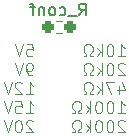
<source format=gbr>
%TF.GenerationSoftware,KiCad,Pcbnew,8.0.9-8.0.9-0~ubuntu22.04.1*%
%TF.CreationDate,2025-08-20T20:13:53+09:00*%
%TF.ProjectId,PD-Trigger,50442d54-7269-4676-9765-722e6b696361,rev?*%
%TF.SameCoordinates,Original*%
%TF.FileFunction,Legend,Bot*%
%TF.FilePolarity,Positive*%
%FSLAX46Y46*%
G04 Gerber Fmt 4.6, Leading zero omitted, Abs format (unit mm)*
G04 Created by KiCad (PCBNEW 8.0.9-8.0.9-0~ubuntu22.04.1) date 2025-08-20 20:13:53*
%MOMM*%
%LPD*%
G01*
G04 APERTURE LIST*
G04 Aperture macros list*
%AMRoundRect*
0 Rectangle with rounded corners*
0 $1 Rounding radius*
0 $2 $3 $4 $5 $6 $7 $8 $9 X,Y pos of 4 corners*
0 Add a 4 corners polygon primitive as box body*
4,1,4,$2,$3,$4,$5,$6,$7,$8,$9,$2,$3,0*
0 Add four circle primitives for the rounded corners*
1,1,$1+$1,$2,$3*
1,1,$1+$1,$4,$5*
1,1,$1+$1,$6,$7*
1,1,$1+$1,$8,$9*
0 Add four rect primitives between the rounded corners*
20,1,$1+$1,$2,$3,$4,$5,0*
20,1,$1+$1,$4,$5,$6,$7,0*
20,1,$1+$1,$6,$7,$8,$9,0*
20,1,$1+$1,$8,$9,$2,$3,0*%
G04 Aperture macros list end*
%ADD10C,0.100000*%
%ADD11C,0.150000*%
%ADD12C,0.120000*%
%ADD13C,1.524000*%
%ADD14RoundRect,1.500000X-1.500000X1.500000X-1.500000X-1.500000X1.500000X-1.500000X1.500000X1.500000X0*%
%ADD15C,6.000000*%
%ADD16RoundRect,0.237500X0.250000X0.237500X-0.250000X0.237500X-0.250000X-0.237500X0.250000X-0.237500X0*%
G04 APERTURE END LIST*
D10*
X51682306Y-43062243D02*
X52253734Y-43062243D01*
X51968020Y-43062243D02*
X51968020Y-42062243D01*
X51968020Y-42062243D02*
X52063258Y-42205100D01*
X52063258Y-42205100D02*
X52158496Y-42300338D01*
X52158496Y-42300338D02*
X52253734Y-42347957D01*
X51063258Y-42062243D02*
X50968020Y-42062243D01*
X50968020Y-42062243D02*
X50872782Y-42109862D01*
X50872782Y-42109862D02*
X50825163Y-42157481D01*
X50825163Y-42157481D02*
X50777544Y-42252719D01*
X50777544Y-42252719D02*
X50729925Y-42443195D01*
X50729925Y-42443195D02*
X50729925Y-42681290D01*
X50729925Y-42681290D02*
X50777544Y-42871766D01*
X50777544Y-42871766D02*
X50825163Y-42967004D01*
X50825163Y-42967004D02*
X50872782Y-43014624D01*
X50872782Y-43014624D02*
X50968020Y-43062243D01*
X50968020Y-43062243D02*
X51063258Y-43062243D01*
X51063258Y-43062243D02*
X51158496Y-43014624D01*
X51158496Y-43014624D02*
X51206115Y-42967004D01*
X51206115Y-42967004D02*
X51253734Y-42871766D01*
X51253734Y-42871766D02*
X51301353Y-42681290D01*
X51301353Y-42681290D02*
X51301353Y-42443195D01*
X51301353Y-42443195D02*
X51253734Y-42252719D01*
X51253734Y-42252719D02*
X51206115Y-42157481D01*
X51206115Y-42157481D02*
X51158496Y-42109862D01*
X51158496Y-42109862D02*
X51063258Y-42062243D01*
X50301353Y-43062243D02*
X50301353Y-42062243D01*
X50206115Y-42681290D02*
X49920401Y-43062243D01*
X49920401Y-42395576D02*
X50301353Y-42776528D01*
X49539448Y-43062243D02*
X49301353Y-43062243D01*
X49301353Y-43062243D02*
X49301353Y-42871766D01*
X49301353Y-42871766D02*
X49396591Y-42824147D01*
X49396591Y-42824147D02*
X49491829Y-42728909D01*
X49491829Y-42728909D02*
X49539448Y-42586052D01*
X49539448Y-42586052D02*
X49539448Y-42347957D01*
X49539448Y-42347957D02*
X49491829Y-42205100D01*
X49491829Y-42205100D02*
X49396591Y-42109862D01*
X49396591Y-42109862D02*
X49253734Y-42062243D01*
X49253734Y-42062243D02*
X49063258Y-42062243D01*
X49063258Y-42062243D02*
X48920401Y-42109862D01*
X48920401Y-42109862D02*
X48825163Y-42205100D01*
X48825163Y-42205100D02*
X48777544Y-42347957D01*
X48777544Y-42347957D02*
X48777544Y-42586052D01*
X48777544Y-42586052D02*
X48825163Y-42728909D01*
X48825163Y-42728909D02*
X48920401Y-42824147D01*
X48920401Y-42824147D02*
X49015639Y-42871766D01*
X49015639Y-42871766D02*
X49015639Y-43062243D01*
X49015639Y-43062243D02*
X48777544Y-43062243D01*
X43968021Y-42062243D02*
X44444211Y-42062243D01*
X44444211Y-42062243D02*
X44491830Y-42538433D01*
X44491830Y-42538433D02*
X44444211Y-42490814D01*
X44444211Y-42490814D02*
X44348973Y-42443195D01*
X44348973Y-42443195D02*
X44110878Y-42443195D01*
X44110878Y-42443195D02*
X44015640Y-42490814D01*
X44015640Y-42490814D02*
X43968021Y-42538433D01*
X43968021Y-42538433D02*
X43920402Y-42633671D01*
X43920402Y-42633671D02*
X43920402Y-42871766D01*
X43920402Y-42871766D02*
X43968021Y-42967004D01*
X43968021Y-42967004D02*
X44015640Y-43014624D01*
X44015640Y-43014624D02*
X44110878Y-43062243D01*
X44110878Y-43062243D02*
X44348973Y-43062243D01*
X44348973Y-43062243D02*
X44444211Y-43014624D01*
X44444211Y-43014624D02*
X44491830Y-42967004D01*
X43634687Y-42062243D02*
X43301354Y-43062243D01*
X43301354Y-43062243D02*
X42968021Y-42062243D01*
X52253734Y-43767425D02*
X52206115Y-43719806D01*
X52206115Y-43719806D02*
X52110877Y-43672187D01*
X52110877Y-43672187D02*
X51872782Y-43672187D01*
X51872782Y-43672187D02*
X51777544Y-43719806D01*
X51777544Y-43719806D02*
X51729925Y-43767425D01*
X51729925Y-43767425D02*
X51682306Y-43862663D01*
X51682306Y-43862663D02*
X51682306Y-43957901D01*
X51682306Y-43957901D02*
X51729925Y-44100758D01*
X51729925Y-44100758D02*
X52301353Y-44672187D01*
X52301353Y-44672187D02*
X51682306Y-44672187D01*
X51063258Y-43672187D02*
X50968020Y-43672187D01*
X50968020Y-43672187D02*
X50872782Y-43719806D01*
X50872782Y-43719806D02*
X50825163Y-43767425D01*
X50825163Y-43767425D02*
X50777544Y-43862663D01*
X50777544Y-43862663D02*
X50729925Y-44053139D01*
X50729925Y-44053139D02*
X50729925Y-44291234D01*
X50729925Y-44291234D02*
X50777544Y-44481710D01*
X50777544Y-44481710D02*
X50825163Y-44576948D01*
X50825163Y-44576948D02*
X50872782Y-44624568D01*
X50872782Y-44624568D02*
X50968020Y-44672187D01*
X50968020Y-44672187D02*
X51063258Y-44672187D01*
X51063258Y-44672187D02*
X51158496Y-44624568D01*
X51158496Y-44624568D02*
X51206115Y-44576948D01*
X51206115Y-44576948D02*
X51253734Y-44481710D01*
X51253734Y-44481710D02*
X51301353Y-44291234D01*
X51301353Y-44291234D02*
X51301353Y-44053139D01*
X51301353Y-44053139D02*
X51253734Y-43862663D01*
X51253734Y-43862663D02*
X51206115Y-43767425D01*
X51206115Y-43767425D02*
X51158496Y-43719806D01*
X51158496Y-43719806D02*
X51063258Y-43672187D01*
X50301353Y-44672187D02*
X50301353Y-43672187D01*
X50206115Y-44291234D02*
X49920401Y-44672187D01*
X49920401Y-44005520D02*
X50301353Y-44386472D01*
X49539448Y-44672187D02*
X49301353Y-44672187D01*
X49301353Y-44672187D02*
X49301353Y-44481710D01*
X49301353Y-44481710D02*
X49396591Y-44434091D01*
X49396591Y-44434091D02*
X49491829Y-44338853D01*
X49491829Y-44338853D02*
X49539448Y-44195996D01*
X49539448Y-44195996D02*
X49539448Y-43957901D01*
X49539448Y-43957901D02*
X49491829Y-43815044D01*
X49491829Y-43815044D02*
X49396591Y-43719806D01*
X49396591Y-43719806D02*
X49253734Y-43672187D01*
X49253734Y-43672187D02*
X49063258Y-43672187D01*
X49063258Y-43672187D02*
X48920401Y-43719806D01*
X48920401Y-43719806D02*
X48825163Y-43815044D01*
X48825163Y-43815044D02*
X48777544Y-43957901D01*
X48777544Y-43957901D02*
X48777544Y-44195996D01*
X48777544Y-44195996D02*
X48825163Y-44338853D01*
X48825163Y-44338853D02*
X48920401Y-44434091D01*
X48920401Y-44434091D02*
X49015639Y-44481710D01*
X49015639Y-44481710D02*
X49015639Y-44672187D01*
X49015639Y-44672187D02*
X48777544Y-44672187D01*
X44396592Y-44672187D02*
X44206116Y-44672187D01*
X44206116Y-44672187D02*
X44110878Y-44624568D01*
X44110878Y-44624568D02*
X44063259Y-44576948D01*
X44063259Y-44576948D02*
X43968021Y-44434091D01*
X43968021Y-44434091D02*
X43920402Y-44243615D01*
X43920402Y-44243615D02*
X43920402Y-43862663D01*
X43920402Y-43862663D02*
X43968021Y-43767425D01*
X43968021Y-43767425D02*
X44015640Y-43719806D01*
X44015640Y-43719806D02*
X44110878Y-43672187D01*
X44110878Y-43672187D02*
X44301354Y-43672187D01*
X44301354Y-43672187D02*
X44396592Y-43719806D01*
X44396592Y-43719806D02*
X44444211Y-43767425D01*
X44444211Y-43767425D02*
X44491830Y-43862663D01*
X44491830Y-43862663D02*
X44491830Y-44100758D01*
X44491830Y-44100758D02*
X44444211Y-44195996D01*
X44444211Y-44195996D02*
X44396592Y-44243615D01*
X44396592Y-44243615D02*
X44301354Y-44291234D01*
X44301354Y-44291234D02*
X44110878Y-44291234D01*
X44110878Y-44291234D02*
X44015640Y-44243615D01*
X44015640Y-44243615D02*
X43968021Y-44195996D01*
X43968021Y-44195996D02*
X43920402Y-44100758D01*
X43634687Y-43672187D02*
X43301354Y-44672187D01*
X43301354Y-44672187D02*
X42968021Y-43672187D01*
X51777544Y-45615464D02*
X51777544Y-46282131D01*
X52015639Y-45234512D02*
X52253734Y-45948797D01*
X52253734Y-45948797D02*
X51634687Y-45948797D01*
X51348972Y-45282131D02*
X50682306Y-45282131D01*
X50682306Y-45282131D02*
X51110877Y-46282131D01*
X50301353Y-46282131D02*
X50301353Y-45282131D01*
X50206115Y-45901178D02*
X49920401Y-46282131D01*
X49920401Y-45615464D02*
X50301353Y-45996416D01*
X49539448Y-46282131D02*
X49301353Y-46282131D01*
X49301353Y-46282131D02*
X49301353Y-46091654D01*
X49301353Y-46091654D02*
X49396591Y-46044035D01*
X49396591Y-46044035D02*
X49491829Y-45948797D01*
X49491829Y-45948797D02*
X49539448Y-45805940D01*
X49539448Y-45805940D02*
X49539448Y-45567845D01*
X49539448Y-45567845D02*
X49491829Y-45424988D01*
X49491829Y-45424988D02*
X49396591Y-45329750D01*
X49396591Y-45329750D02*
X49253734Y-45282131D01*
X49253734Y-45282131D02*
X49063258Y-45282131D01*
X49063258Y-45282131D02*
X48920401Y-45329750D01*
X48920401Y-45329750D02*
X48825163Y-45424988D01*
X48825163Y-45424988D02*
X48777544Y-45567845D01*
X48777544Y-45567845D02*
X48777544Y-45805940D01*
X48777544Y-45805940D02*
X48825163Y-45948797D01*
X48825163Y-45948797D02*
X48920401Y-46044035D01*
X48920401Y-46044035D02*
X49015639Y-46091654D01*
X49015639Y-46091654D02*
X49015639Y-46282131D01*
X49015639Y-46282131D02*
X48777544Y-46282131D01*
X43920402Y-46282131D02*
X44491830Y-46282131D01*
X44206116Y-46282131D02*
X44206116Y-45282131D01*
X44206116Y-45282131D02*
X44301354Y-45424988D01*
X44301354Y-45424988D02*
X44396592Y-45520226D01*
X44396592Y-45520226D02*
X44491830Y-45567845D01*
X43539449Y-45377369D02*
X43491830Y-45329750D01*
X43491830Y-45329750D02*
X43396592Y-45282131D01*
X43396592Y-45282131D02*
X43158497Y-45282131D01*
X43158497Y-45282131D02*
X43063259Y-45329750D01*
X43063259Y-45329750D02*
X43015640Y-45377369D01*
X43015640Y-45377369D02*
X42968021Y-45472607D01*
X42968021Y-45472607D02*
X42968021Y-45567845D01*
X42968021Y-45567845D02*
X43015640Y-45710702D01*
X43015640Y-45710702D02*
X43587068Y-46282131D01*
X43587068Y-46282131D02*
X42968021Y-46282131D01*
X42682306Y-45282131D02*
X42348973Y-46282131D01*
X42348973Y-46282131D02*
X42015640Y-45282131D01*
X51682306Y-47892075D02*
X52253734Y-47892075D01*
X51968020Y-47892075D02*
X51968020Y-46892075D01*
X51968020Y-46892075D02*
X52063258Y-47034932D01*
X52063258Y-47034932D02*
X52158496Y-47130170D01*
X52158496Y-47130170D02*
X52253734Y-47177789D01*
X51063258Y-46892075D02*
X50968020Y-46892075D01*
X50968020Y-46892075D02*
X50872782Y-46939694D01*
X50872782Y-46939694D02*
X50825163Y-46987313D01*
X50825163Y-46987313D02*
X50777544Y-47082551D01*
X50777544Y-47082551D02*
X50729925Y-47273027D01*
X50729925Y-47273027D02*
X50729925Y-47511122D01*
X50729925Y-47511122D02*
X50777544Y-47701598D01*
X50777544Y-47701598D02*
X50825163Y-47796836D01*
X50825163Y-47796836D02*
X50872782Y-47844456D01*
X50872782Y-47844456D02*
X50968020Y-47892075D01*
X50968020Y-47892075D02*
X51063258Y-47892075D01*
X51063258Y-47892075D02*
X51158496Y-47844456D01*
X51158496Y-47844456D02*
X51206115Y-47796836D01*
X51206115Y-47796836D02*
X51253734Y-47701598D01*
X51253734Y-47701598D02*
X51301353Y-47511122D01*
X51301353Y-47511122D02*
X51301353Y-47273027D01*
X51301353Y-47273027D02*
X51253734Y-47082551D01*
X51253734Y-47082551D02*
X51206115Y-46987313D01*
X51206115Y-46987313D02*
X51158496Y-46939694D01*
X51158496Y-46939694D02*
X51063258Y-46892075D01*
X50110877Y-46892075D02*
X50015639Y-46892075D01*
X50015639Y-46892075D02*
X49920401Y-46939694D01*
X49920401Y-46939694D02*
X49872782Y-46987313D01*
X49872782Y-46987313D02*
X49825163Y-47082551D01*
X49825163Y-47082551D02*
X49777544Y-47273027D01*
X49777544Y-47273027D02*
X49777544Y-47511122D01*
X49777544Y-47511122D02*
X49825163Y-47701598D01*
X49825163Y-47701598D02*
X49872782Y-47796836D01*
X49872782Y-47796836D02*
X49920401Y-47844456D01*
X49920401Y-47844456D02*
X50015639Y-47892075D01*
X50015639Y-47892075D02*
X50110877Y-47892075D01*
X50110877Y-47892075D02*
X50206115Y-47844456D01*
X50206115Y-47844456D02*
X50253734Y-47796836D01*
X50253734Y-47796836D02*
X50301353Y-47701598D01*
X50301353Y-47701598D02*
X50348972Y-47511122D01*
X50348972Y-47511122D02*
X50348972Y-47273027D01*
X50348972Y-47273027D02*
X50301353Y-47082551D01*
X50301353Y-47082551D02*
X50253734Y-46987313D01*
X50253734Y-46987313D02*
X50206115Y-46939694D01*
X50206115Y-46939694D02*
X50110877Y-46892075D01*
X49348972Y-47892075D02*
X49348972Y-46892075D01*
X49253734Y-47511122D02*
X48968020Y-47892075D01*
X48968020Y-47225408D02*
X49348972Y-47606360D01*
X48587067Y-47892075D02*
X48348972Y-47892075D01*
X48348972Y-47892075D02*
X48348972Y-47701598D01*
X48348972Y-47701598D02*
X48444210Y-47653979D01*
X48444210Y-47653979D02*
X48539448Y-47558741D01*
X48539448Y-47558741D02*
X48587067Y-47415884D01*
X48587067Y-47415884D02*
X48587067Y-47177789D01*
X48587067Y-47177789D02*
X48539448Y-47034932D01*
X48539448Y-47034932D02*
X48444210Y-46939694D01*
X48444210Y-46939694D02*
X48301353Y-46892075D01*
X48301353Y-46892075D02*
X48110877Y-46892075D01*
X48110877Y-46892075D02*
X47968020Y-46939694D01*
X47968020Y-46939694D02*
X47872782Y-47034932D01*
X47872782Y-47034932D02*
X47825163Y-47177789D01*
X47825163Y-47177789D02*
X47825163Y-47415884D01*
X47825163Y-47415884D02*
X47872782Y-47558741D01*
X47872782Y-47558741D02*
X47968020Y-47653979D01*
X47968020Y-47653979D02*
X48063258Y-47701598D01*
X48063258Y-47701598D02*
X48063258Y-47892075D01*
X48063258Y-47892075D02*
X47825163Y-47892075D01*
X43920402Y-47892075D02*
X44491830Y-47892075D01*
X44206116Y-47892075D02*
X44206116Y-46892075D01*
X44206116Y-46892075D02*
X44301354Y-47034932D01*
X44301354Y-47034932D02*
X44396592Y-47130170D01*
X44396592Y-47130170D02*
X44491830Y-47177789D01*
X43015640Y-46892075D02*
X43491830Y-46892075D01*
X43491830Y-46892075D02*
X43539449Y-47368265D01*
X43539449Y-47368265D02*
X43491830Y-47320646D01*
X43491830Y-47320646D02*
X43396592Y-47273027D01*
X43396592Y-47273027D02*
X43158497Y-47273027D01*
X43158497Y-47273027D02*
X43063259Y-47320646D01*
X43063259Y-47320646D02*
X43015640Y-47368265D01*
X43015640Y-47368265D02*
X42968021Y-47463503D01*
X42968021Y-47463503D02*
X42968021Y-47701598D01*
X42968021Y-47701598D02*
X43015640Y-47796836D01*
X43015640Y-47796836D02*
X43063259Y-47844456D01*
X43063259Y-47844456D02*
X43158497Y-47892075D01*
X43158497Y-47892075D02*
X43396592Y-47892075D01*
X43396592Y-47892075D02*
X43491830Y-47844456D01*
X43491830Y-47844456D02*
X43539449Y-47796836D01*
X42682306Y-46892075D02*
X42348973Y-47892075D01*
X42348973Y-47892075D02*
X42015640Y-46892075D01*
X52253734Y-48597257D02*
X52206115Y-48549638D01*
X52206115Y-48549638D02*
X52110877Y-48502019D01*
X52110877Y-48502019D02*
X51872782Y-48502019D01*
X51872782Y-48502019D02*
X51777544Y-48549638D01*
X51777544Y-48549638D02*
X51729925Y-48597257D01*
X51729925Y-48597257D02*
X51682306Y-48692495D01*
X51682306Y-48692495D02*
X51682306Y-48787733D01*
X51682306Y-48787733D02*
X51729925Y-48930590D01*
X51729925Y-48930590D02*
X52301353Y-49502019D01*
X52301353Y-49502019D02*
X51682306Y-49502019D01*
X51063258Y-48502019D02*
X50968020Y-48502019D01*
X50968020Y-48502019D02*
X50872782Y-48549638D01*
X50872782Y-48549638D02*
X50825163Y-48597257D01*
X50825163Y-48597257D02*
X50777544Y-48692495D01*
X50777544Y-48692495D02*
X50729925Y-48882971D01*
X50729925Y-48882971D02*
X50729925Y-49121066D01*
X50729925Y-49121066D02*
X50777544Y-49311542D01*
X50777544Y-49311542D02*
X50825163Y-49406780D01*
X50825163Y-49406780D02*
X50872782Y-49454400D01*
X50872782Y-49454400D02*
X50968020Y-49502019D01*
X50968020Y-49502019D02*
X51063258Y-49502019D01*
X51063258Y-49502019D02*
X51158496Y-49454400D01*
X51158496Y-49454400D02*
X51206115Y-49406780D01*
X51206115Y-49406780D02*
X51253734Y-49311542D01*
X51253734Y-49311542D02*
X51301353Y-49121066D01*
X51301353Y-49121066D02*
X51301353Y-48882971D01*
X51301353Y-48882971D02*
X51253734Y-48692495D01*
X51253734Y-48692495D02*
X51206115Y-48597257D01*
X51206115Y-48597257D02*
X51158496Y-48549638D01*
X51158496Y-48549638D02*
X51063258Y-48502019D01*
X50110877Y-48502019D02*
X50015639Y-48502019D01*
X50015639Y-48502019D02*
X49920401Y-48549638D01*
X49920401Y-48549638D02*
X49872782Y-48597257D01*
X49872782Y-48597257D02*
X49825163Y-48692495D01*
X49825163Y-48692495D02*
X49777544Y-48882971D01*
X49777544Y-48882971D02*
X49777544Y-49121066D01*
X49777544Y-49121066D02*
X49825163Y-49311542D01*
X49825163Y-49311542D02*
X49872782Y-49406780D01*
X49872782Y-49406780D02*
X49920401Y-49454400D01*
X49920401Y-49454400D02*
X50015639Y-49502019D01*
X50015639Y-49502019D02*
X50110877Y-49502019D01*
X50110877Y-49502019D02*
X50206115Y-49454400D01*
X50206115Y-49454400D02*
X50253734Y-49406780D01*
X50253734Y-49406780D02*
X50301353Y-49311542D01*
X50301353Y-49311542D02*
X50348972Y-49121066D01*
X50348972Y-49121066D02*
X50348972Y-48882971D01*
X50348972Y-48882971D02*
X50301353Y-48692495D01*
X50301353Y-48692495D02*
X50253734Y-48597257D01*
X50253734Y-48597257D02*
X50206115Y-48549638D01*
X50206115Y-48549638D02*
X50110877Y-48502019D01*
X49348972Y-49502019D02*
X49348972Y-48502019D01*
X49253734Y-49121066D02*
X48968020Y-49502019D01*
X48968020Y-48835352D02*
X49348972Y-49216304D01*
X48587067Y-49502019D02*
X48348972Y-49502019D01*
X48348972Y-49502019D02*
X48348972Y-49311542D01*
X48348972Y-49311542D02*
X48444210Y-49263923D01*
X48444210Y-49263923D02*
X48539448Y-49168685D01*
X48539448Y-49168685D02*
X48587067Y-49025828D01*
X48587067Y-49025828D02*
X48587067Y-48787733D01*
X48587067Y-48787733D02*
X48539448Y-48644876D01*
X48539448Y-48644876D02*
X48444210Y-48549638D01*
X48444210Y-48549638D02*
X48301353Y-48502019D01*
X48301353Y-48502019D02*
X48110877Y-48502019D01*
X48110877Y-48502019D02*
X47968020Y-48549638D01*
X47968020Y-48549638D02*
X47872782Y-48644876D01*
X47872782Y-48644876D02*
X47825163Y-48787733D01*
X47825163Y-48787733D02*
X47825163Y-49025828D01*
X47825163Y-49025828D02*
X47872782Y-49168685D01*
X47872782Y-49168685D02*
X47968020Y-49263923D01*
X47968020Y-49263923D02*
X48063258Y-49311542D01*
X48063258Y-49311542D02*
X48063258Y-49502019D01*
X48063258Y-49502019D02*
X47825163Y-49502019D01*
X44491830Y-48597257D02*
X44444211Y-48549638D01*
X44444211Y-48549638D02*
X44348973Y-48502019D01*
X44348973Y-48502019D02*
X44110878Y-48502019D01*
X44110878Y-48502019D02*
X44015640Y-48549638D01*
X44015640Y-48549638D02*
X43968021Y-48597257D01*
X43968021Y-48597257D02*
X43920402Y-48692495D01*
X43920402Y-48692495D02*
X43920402Y-48787733D01*
X43920402Y-48787733D02*
X43968021Y-48930590D01*
X43968021Y-48930590D02*
X44539449Y-49502019D01*
X44539449Y-49502019D02*
X43920402Y-49502019D01*
X43301354Y-48502019D02*
X43206116Y-48502019D01*
X43206116Y-48502019D02*
X43110878Y-48549638D01*
X43110878Y-48549638D02*
X43063259Y-48597257D01*
X43063259Y-48597257D02*
X43015640Y-48692495D01*
X43015640Y-48692495D02*
X42968021Y-48882971D01*
X42968021Y-48882971D02*
X42968021Y-49121066D01*
X42968021Y-49121066D02*
X43015640Y-49311542D01*
X43015640Y-49311542D02*
X43063259Y-49406780D01*
X43063259Y-49406780D02*
X43110878Y-49454400D01*
X43110878Y-49454400D02*
X43206116Y-49502019D01*
X43206116Y-49502019D02*
X43301354Y-49502019D01*
X43301354Y-49502019D02*
X43396592Y-49454400D01*
X43396592Y-49454400D02*
X43444211Y-49406780D01*
X43444211Y-49406780D02*
X43491830Y-49311542D01*
X43491830Y-49311542D02*
X43539449Y-49121066D01*
X43539449Y-49121066D02*
X43539449Y-48882971D01*
X43539449Y-48882971D02*
X43491830Y-48692495D01*
X43491830Y-48692495D02*
X43444211Y-48597257D01*
X43444211Y-48597257D02*
X43396592Y-48549638D01*
X43396592Y-48549638D02*
X43301354Y-48502019D01*
X42682306Y-48502019D02*
X42348973Y-49502019D01*
X42348973Y-49502019D02*
X42015640Y-48502019D01*
D11*
X48377576Y-39614019D02*
X48710909Y-39137828D01*
X48949004Y-39614019D02*
X48949004Y-38614019D01*
X48949004Y-38614019D02*
X48568052Y-38614019D01*
X48568052Y-38614019D02*
X48472814Y-38661638D01*
X48472814Y-38661638D02*
X48425195Y-38709257D01*
X48425195Y-38709257D02*
X48377576Y-38804495D01*
X48377576Y-38804495D02*
X48377576Y-38947352D01*
X48377576Y-38947352D02*
X48425195Y-39042590D01*
X48425195Y-39042590D02*
X48472814Y-39090209D01*
X48472814Y-39090209D02*
X48568052Y-39137828D01*
X48568052Y-39137828D02*
X48949004Y-39137828D01*
X48187100Y-39709257D02*
X47425195Y-39709257D01*
X46758528Y-39566400D02*
X46853766Y-39614019D01*
X46853766Y-39614019D02*
X47044242Y-39614019D01*
X47044242Y-39614019D02*
X47139480Y-39566400D01*
X47139480Y-39566400D02*
X47187099Y-39518780D01*
X47187099Y-39518780D02*
X47234718Y-39423542D01*
X47234718Y-39423542D02*
X47234718Y-39137828D01*
X47234718Y-39137828D02*
X47187099Y-39042590D01*
X47187099Y-39042590D02*
X47139480Y-38994971D01*
X47139480Y-38994971D02*
X47044242Y-38947352D01*
X47044242Y-38947352D02*
X46853766Y-38947352D01*
X46853766Y-38947352D02*
X46758528Y-38994971D01*
X46187099Y-39614019D02*
X46282337Y-39566400D01*
X46282337Y-39566400D02*
X46329956Y-39518780D01*
X46329956Y-39518780D02*
X46377575Y-39423542D01*
X46377575Y-39423542D02*
X46377575Y-39137828D01*
X46377575Y-39137828D02*
X46329956Y-39042590D01*
X46329956Y-39042590D02*
X46282337Y-38994971D01*
X46282337Y-38994971D02*
X46187099Y-38947352D01*
X46187099Y-38947352D02*
X46044242Y-38947352D01*
X46044242Y-38947352D02*
X45949004Y-38994971D01*
X45949004Y-38994971D02*
X45901385Y-39042590D01*
X45901385Y-39042590D02*
X45853766Y-39137828D01*
X45853766Y-39137828D02*
X45853766Y-39423542D01*
X45853766Y-39423542D02*
X45901385Y-39518780D01*
X45901385Y-39518780D02*
X45949004Y-39566400D01*
X45949004Y-39566400D02*
X46044242Y-39614019D01*
X46044242Y-39614019D02*
X46187099Y-39614019D01*
X45425194Y-38947352D02*
X45425194Y-39614019D01*
X45425194Y-39042590D02*
X45377575Y-38994971D01*
X45377575Y-38994971D02*
X45282337Y-38947352D01*
X45282337Y-38947352D02*
X45139480Y-38947352D01*
X45139480Y-38947352D02*
X45044242Y-38994971D01*
X45044242Y-38994971D02*
X44996623Y-39090209D01*
X44996623Y-39090209D02*
X44996623Y-39614019D01*
X44663289Y-38947352D02*
X44282337Y-38947352D01*
X44520432Y-39614019D02*
X44520432Y-38756876D01*
X44520432Y-38756876D02*
X44472813Y-38661638D01*
X44472813Y-38661638D02*
X44377575Y-38614019D01*
X44377575Y-38614019D02*
X44282337Y-38614019D01*
D12*
%TO.C,R_conf*%
X46432376Y-40066700D02*
X46941824Y-40066700D01*
X46432376Y-41111700D02*
X46941824Y-41111700D01*
%TD*%
%LPC*%
D13*
%TO.C,J1*%
X53951200Y-52681200D03*
X53951200Y-50141200D03*
X53951200Y-47601200D03*
X53951200Y-45061200D03*
X53951200Y-42521200D03*
X53951200Y-39981200D03*
X53951200Y-37441200D03*
X46331200Y-52681200D03*
X43791200Y-52681200D03*
X46331200Y-37441200D03*
X43791200Y-37441200D03*
%TD*%
D14*
%TO.C,J2*%
X60198000Y-42076000D03*
D15*
X60198000Y-49276000D03*
%TD*%
D16*
%TO.C,R_conf*%
X47599600Y-40589200D03*
X45774600Y-40589200D03*
%TD*%
%LPD*%
M02*

</source>
